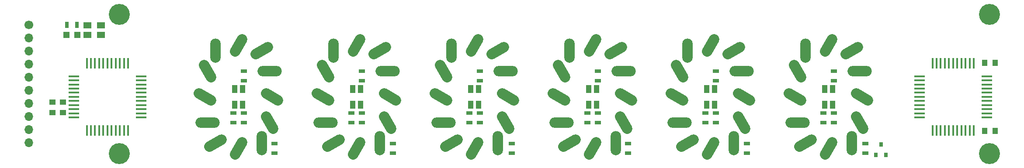
<source format=gbr>
G04 #@! TF.FileFunction,Soldermask,Top*
%FSLAX46Y46*%
G04 Gerber Fmt 4.6, Leading zero omitted, Abs format (unit mm)*
G04 Created by KiCad (PCBNEW 4.0.2-stable) date 13/08/2017 21:16:23*
%MOMM*%
G01*
G04 APERTURE LIST*
%ADD10C,0.100000*%
%ADD11R,1.000000X1.250000*%
%ADD12R,1.250000X1.000000*%
%ADD13R,1.100000X1.500000*%
%ADD14R,1.198880X1.198880*%
%ADD15R,1.300000X0.700000*%
%ADD16R,0.700000X1.300000*%
%ADD17R,0.408400X2.002000*%
%ADD18R,2.002000X0.408400*%
%ADD19C,2.000000*%
%ADD20O,4.700000X2.000000*%
%ADD21O,2.000000X4.700000*%
%ADD22C,4.064000*%
%ADD23C,1.700000*%
%ADD24O,1.700000X1.700000*%
%ADD25R,0.797560X0.899160*%
%ADD26R,1.500000X1.300000*%
G04 APERTURE END LIST*
D10*
D11*
X245602000Y-70104000D03*
X243602000Y-70104000D03*
D12*
X62992000Y-66532000D03*
X62992000Y-64532000D03*
D11*
X243602000Y-56896000D03*
X245602000Y-56896000D03*
D12*
X65024000Y-66532000D03*
X65024000Y-64532000D03*
D13*
X99810000Y-62000000D03*
X99810000Y-65000000D03*
X98310000Y-65000000D03*
X98310000Y-62000000D03*
X122670000Y-62000000D03*
X122670000Y-65000000D03*
X121170000Y-65000000D03*
X121170000Y-62000000D03*
X145530000Y-62000000D03*
X145530000Y-65000000D03*
X144030000Y-65000000D03*
X144030000Y-62000000D03*
X168390000Y-62000000D03*
X168390000Y-65000000D03*
X166890000Y-65000000D03*
X166890000Y-62000000D03*
D14*
X65732660Y-51526440D03*
X67830700Y-51526440D03*
D13*
X191250000Y-62000000D03*
X191250000Y-65000000D03*
X189750000Y-65000000D03*
X189750000Y-62000000D03*
X214110000Y-62000000D03*
X214110000Y-65000000D03*
X212610000Y-65000000D03*
X212610000Y-62000000D03*
D15*
X100076000Y-60386000D03*
X100076000Y-58486000D03*
X100076000Y-66614000D03*
X100076000Y-68514000D03*
X98044000Y-66614000D03*
X98044000Y-68514000D03*
X106000000Y-74450000D03*
X106000000Y-72550000D03*
X129000000Y-74450000D03*
X129000000Y-72550000D03*
X152000000Y-74450000D03*
X152000000Y-72550000D03*
X174500000Y-74450000D03*
X174500000Y-72550000D03*
X197500000Y-74450000D03*
X197500000Y-72550000D03*
X220500000Y-74450000D03*
X220500000Y-72550000D03*
X122936000Y-60386000D03*
X122936000Y-58486000D03*
X122936000Y-66614000D03*
X122936000Y-68514000D03*
X120904000Y-66614000D03*
X120904000Y-68514000D03*
X145796000Y-60386000D03*
X145796000Y-58486000D03*
X145796000Y-66614000D03*
X145796000Y-68514000D03*
X143764000Y-66614000D03*
X143764000Y-68514000D03*
X168656000Y-60386000D03*
X168656000Y-58486000D03*
X168656000Y-66614000D03*
X168656000Y-68514000D03*
D16*
X65824060Y-49537620D03*
X67724060Y-49537620D03*
D15*
X166624000Y-66614000D03*
X166624000Y-68514000D03*
X191516000Y-60386000D03*
X191516000Y-58486000D03*
X191516000Y-66614000D03*
X191516000Y-68514000D03*
X189484000Y-66614000D03*
X189484000Y-68514000D03*
X214376000Y-60386000D03*
X214376000Y-58486000D03*
X214376000Y-66614000D03*
X214376000Y-68514000D03*
X212344000Y-66614000D03*
X212344000Y-68514000D03*
D17*
X73660000Y-70000000D03*
X74460100Y-70000000D03*
X75260200Y-70000000D03*
X76060300Y-70000000D03*
X76860400Y-70000000D03*
X77660500Y-70000000D03*
X72859900Y-70000000D03*
X72059800Y-70000000D03*
X71259700Y-70000000D03*
X70459600Y-70000000D03*
X69659500Y-70000000D03*
X73660000Y-57000000D03*
X74460100Y-57000000D03*
X75260200Y-57000000D03*
X76060300Y-57000000D03*
X76860400Y-57000000D03*
X77660500Y-57000000D03*
X72859900Y-57000000D03*
X72059800Y-57000000D03*
X71259700Y-57000000D03*
X70459600Y-57000000D03*
X69659500Y-57000000D03*
D18*
X80160000Y-63500000D03*
X67160000Y-63500000D03*
X80160000Y-62699900D03*
X67160000Y-62700000D03*
X67160000Y-61900000D03*
X80160000Y-61899800D03*
X80160000Y-61099700D03*
X67160000Y-61100000D03*
X67160000Y-60300000D03*
X80160000Y-60299600D03*
X80160000Y-59499500D03*
X67160000Y-59500000D03*
X67160000Y-64300000D03*
X80160000Y-64300100D03*
X80160000Y-65100200D03*
X67160000Y-65100000D03*
X67160000Y-65900000D03*
X80160000Y-65900300D03*
X80160000Y-66700400D03*
X67160000Y-66700000D03*
X67160000Y-67500000D03*
X80160000Y-67500500D03*
D17*
X237490000Y-57000000D03*
X236689900Y-57000000D03*
X235889800Y-57000000D03*
X235089700Y-57000000D03*
X234289600Y-57000000D03*
X233489500Y-57000000D03*
X238290100Y-57000000D03*
X239090200Y-57000000D03*
X239890300Y-57000000D03*
X240690400Y-57000000D03*
X241490500Y-57000000D03*
X237490000Y-70000000D03*
X236689900Y-70000000D03*
X235889800Y-70000000D03*
X235089700Y-70000000D03*
X234289600Y-70000000D03*
X233489500Y-70000000D03*
X238290100Y-70000000D03*
X239090200Y-70000000D03*
X239890300Y-70000000D03*
X240690400Y-70000000D03*
X241490500Y-70000000D03*
D18*
X230990000Y-63500000D03*
X243990000Y-63500000D03*
X230990000Y-64300100D03*
X243990000Y-64300000D03*
X243990000Y-65100000D03*
X230990000Y-65100200D03*
X230990000Y-65900300D03*
X243990000Y-65900000D03*
X243990000Y-66700000D03*
X230990000Y-66700400D03*
X230990000Y-67500500D03*
X243990000Y-67500000D03*
X243990000Y-62700000D03*
X230990000Y-62699900D03*
X230990000Y-61899800D03*
X243990000Y-61900000D03*
X243990000Y-61100000D03*
X230990000Y-61099700D03*
X230990000Y-60299600D03*
X243990000Y-60300000D03*
X243990000Y-59500000D03*
X230990000Y-59499500D03*
D19*
X105735000Y-69669134D02*
X104385000Y-67330866D01*
X93390866Y-73175000D02*
X95729134Y-71825000D01*
D20*
X93060000Y-68500000D03*
D19*
X93729134Y-64175000D02*
X91390866Y-62825000D01*
X93735000Y-59669134D02*
X92385000Y-57330866D01*
D21*
X94560000Y-54500000D03*
D19*
X98385000Y-54669134D02*
X99735000Y-52330866D01*
X102390866Y-55175000D02*
X104729134Y-53825000D01*
D20*
X105060000Y-58500000D03*
D19*
X106729134Y-64175000D02*
X104390866Y-62825000D01*
D21*
X103560000Y-72500000D03*
D19*
X98385000Y-74669134D02*
X99735000Y-72330866D01*
X151455000Y-69669134D02*
X150105000Y-67330866D01*
X139110866Y-73175000D02*
X141449134Y-71825000D01*
D20*
X138780000Y-68500000D03*
D19*
X139449134Y-64175000D02*
X137110866Y-62825000D01*
X139455000Y-59669134D02*
X138105000Y-57330866D01*
D21*
X140280000Y-54500000D03*
D19*
X144105000Y-54669134D02*
X145455000Y-52330866D01*
X148110866Y-55175000D02*
X150449134Y-53825000D01*
D20*
X150780000Y-58500000D03*
D19*
X152449134Y-64175000D02*
X150110866Y-62825000D01*
D21*
X149280000Y-72500000D03*
D19*
X144105000Y-74669134D02*
X145455000Y-72330866D01*
X174315000Y-69669134D02*
X172965000Y-67330866D01*
X161970866Y-73175000D02*
X164309134Y-71825000D01*
D20*
X161640000Y-68500000D03*
D19*
X162309134Y-64175000D02*
X159970866Y-62825000D01*
X162315000Y-59669134D02*
X160965000Y-57330866D01*
D21*
X163140000Y-54500000D03*
D19*
X166965000Y-54669134D02*
X168315000Y-52330866D01*
X170970866Y-55175000D02*
X173309134Y-53825000D01*
D20*
X173640000Y-58500000D03*
D19*
X175309134Y-64175000D02*
X172970866Y-62825000D01*
D21*
X172140000Y-72500000D03*
D19*
X166965000Y-74669134D02*
X168315000Y-72330866D01*
X197175000Y-69669134D02*
X195825000Y-67330866D01*
X184830866Y-73175000D02*
X187169134Y-71825000D01*
D20*
X184500000Y-68500000D03*
D19*
X185169134Y-64175000D02*
X182830866Y-62825000D01*
X185175000Y-59669134D02*
X183825000Y-57330866D01*
D21*
X186000000Y-54500000D03*
D19*
X189825000Y-54669134D02*
X191175000Y-52330866D01*
X193830866Y-55175000D02*
X196169134Y-53825000D01*
D20*
X196500000Y-58500000D03*
D19*
X198169134Y-64175000D02*
X195830866Y-62825000D01*
D21*
X195000000Y-72500000D03*
D19*
X189825000Y-74669134D02*
X191175000Y-72330866D01*
X220035000Y-69669134D02*
X218685000Y-67330866D01*
X207690866Y-73175000D02*
X210029134Y-71825000D01*
D20*
X207360000Y-68500000D03*
D19*
X208029134Y-64175000D02*
X205690866Y-62825000D01*
X208035000Y-59669134D02*
X206685000Y-57330866D01*
D21*
X208860000Y-54500000D03*
D19*
X212685000Y-54669134D02*
X214035000Y-52330866D01*
X216690866Y-55175000D02*
X219029134Y-53825000D01*
D20*
X219360000Y-58500000D03*
D19*
X221029134Y-64175000D02*
X218690866Y-62825000D01*
D21*
X217860000Y-72500000D03*
D19*
X212685000Y-74669134D02*
X214035000Y-72330866D01*
X128595000Y-69669134D02*
X127245000Y-67330866D01*
X116250866Y-73175000D02*
X118589134Y-71825000D01*
D20*
X115920000Y-68500000D03*
D19*
X116589134Y-64175000D02*
X114250866Y-62825000D01*
X116595000Y-59669134D02*
X115245000Y-57330866D01*
D21*
X117420000Y-54500000D03*
D19*
X121245000Y-54669134D02*
X122595000Y-52330866D01*
X125250866Y-55175000D02*
X127589134Y-53825000D01*
D20*
X127920000Y-58500000D03*
D19*
X129589134Y-64175000D02*
X127250866Y-62825000D01*
D21*
X126420000Y-72500000D03*
D19*
X121245000Y-74669134D02*
X122595000Y-72330866D01*
D22*
X244500000Y-47500000D03*
X244500000Y-74500000D03*
X76000000Y-47500000D03*
X76000000Y-74500000D03*
D23*
X58420000Y-49530000D03*
D24*
X58420000Y-52070000D03*
X58420000Y-54610000D03*
X58420000Y-57150000D03*
X58420000Y-59690000D03*
X58420000Y-62230000D03*
X58420000Y-64770000D03*
X58420000Y-67310000D03*
X58420000Y-69850000D03*
X58420000Y-72390000D03*
D25*
X222544640Y-74810620D03*
X224444560Y-74810620D03*
X223494600Y-72712580D03*
D26*
X69744600Y-49618900D03*
X72444600Y-49618900D03*
X72444600Y-51526440D03*
X69744600Y-51526440D03*
M02*

</source>
